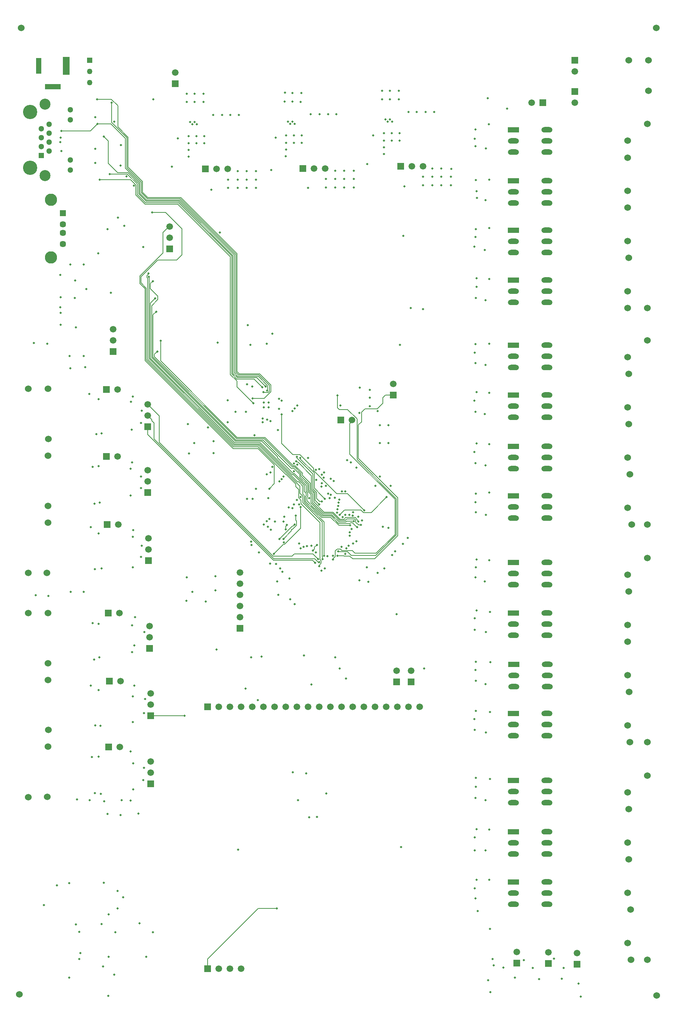
<source format=gbr>
%TF.GenerationSoftware,Altium Limited,Altium Designer,19.1.5 (86)*%
G04 Layer_Physical_Order=5*
G04 Layer_Color=16440176*
%FSLAX26Y26*%
%MOIN*%
%TF.FileFunction,Copper,L5,Inr,Signal*%
%TF.Part,Single*%
G01*
G75*
%TA.AperFunction,Conductor*%
%ADD53C,0.006000*%
%TA.AperFunction,ComponentPad*%
%ADD56R,0.050000X0.050000*%
%ADD57C,0.050000*%
%ADD58R,0.059055X0.059055*%
%ADD59C,0.059055*%
%ADD60R,0.059055X0.059055*%
%ADD61R,0.100000X0.050000*%
%ADD62O,0.100000X0.050000*%
%ADD63C,0.110236*%
%ADD64C,0.057087*%
%ADD65R,0.057087X0.057087*%
%ADD66C,0.060000*%
%ADD67R,0.139764X0.051181*%
%ADD68R,0.051181X0.139764*%
%ADD69R,0.061024X0.161417*%
%ADD70R,0.051181X0.051181*%
%ADD71C,0.051181*%
%ADD72C,0.127953*%
%ADD73C,0.098425*%
%TA.AperFunction,ViaPad*%
%ADD74C,0.060000*%
%ADD75C,0.020000*%
%ADD76C,0.019685*%
D53*
X4053974Y4761000D02*
X4105159D01*
X4049974Y4765000D02*
X4053974Y4761000D01*
X3995000Y4765000D02*
X4049974D01*
X4105159Y4761000D02*
X4130159Y4736000D01*
X3781000Y5527130D02*
X3987130Y5321000D01*
X4084000D01*
X4235000Y5170000D01*
X3656870Y5670000D02*
X3781000Y5545870D01*
Y5527130D02*
Y5545870D01*
X3786000Y5429224D02*
Y5505159D01*
X3660000Y5631159D02*
X3786000Y5505159D01*
X3774000Y5424253D02*
Y5496000D01*
X3630971Y5639029D02*
X3774000Y5496000D01*
X3955467Y5154533D02*
X4019000Y5091000D01*
X3950497Y5142533D02*
X4014030Y5079000D01*
X3945526Y5130533D02*
X4009059Y5067000D01*
X3940556Y5118533D02*
X4004088Y5055000D01*
X3858686Y5118533D02*
X3940556D01*
X3935585Y5106533D02*
X4006588Y5035529D01*
X3853715Y5106533D02*
X3935585D01*
X4015000Y5130000D02*
X4059000Y5174000D01*
X4296000Y5151000D02*
X4435000Y5290000D01*
X4227130Y5151000D02*
X4296000D01*
X4204130Y5174000D02*
X4227130Y5151000D01*
X4059000Y5174000D02*
X4204130D01*
X3750000Y5354752D02*
X3783000Y5321752D01*
X3681000Y5482130D02*
X3750000Y5413130D01*
Y5354752D02*
Y5413130D01*
X3738000Y5349782D02*
X3771000Y5316782D01*
X3669000Y5477159D02*
X3738000Y5408159D01*
Y5349782D02*
Y5408159D01*
X3726000Y5344811D02*
X3759000Y5311811D01*
X3657000Y5467752D02*
Y5494870D01*
Y5467752D02*
X3726000Y5398752D01*
Y5344811D02*
Y5398752D01*
X4006000Y4799000D02*
X4084130D01*
X4000000Y4805000D02*
X4006000Y4799000D01*
X3974000Y4805870D02*
X3992130Y4824000D01*
X3974000Y4757130D02*
Y4805870D01*
X4019970Y4824000D02*
X4032970Y4811000D01*
X3992130Y4824000D02*
X4019970D01*
X4084130Y4799000D02*
X4117130Y4766000D01*
X4032970Y4811000D02*
X4127130D01*
X4130159Y4736000D02*
X4326000D01*
X4535000Y4945000D01*
X4117130Y4766000D02*
X4337971D01*
X4522000Y4950029D01*
X4127130Y4811000D02*
X4152130Y4786000D01*
X4341000D01*
X4510000Y4955000D01*
X3955000Y4738130D02*
X3974000Y4757130D01*
X3290840Y5753000D02*
X3658000Y5385841D01*
Y5323870D02*
Y5385841D01*
Y5323870D02*
X3684000Y5297870D01*
X3284248Y5741000D02*
X3532251Y5492997D01*
X3669000Y5230000D02*
Y5259130D01*
X3646000Y5282130D02*
X3669000Y5259130D01*
X3646000Y5282130D02*
Y5357130D01*
X3533873Y5492997D02*
X3621000Y5405870D01*
X3532251Y5492997D02*
X3533873D01*
X3284248Y5724029D02*
X3429000Y5579278D01*
Y5409000D02*
Y5579278D01*
X3385000Y5365000D02*
X3429000Y5409000D01*
X3385000Y5365000D02*
Y5365000D01*
X3669000Y5230000D02*
X3839000Y5060000D01*
X3520430Y4866000D02*
X3665000Y5010570D01*
X3511000Y4866000D02*
X3520430D01*
X3425000Y4780000D02*
X3511000Y4866000D01*
X3681000Y5482130D02*
Y5504811D01*
X3762000Y5419283D02*
Y5479870D01*
X3697544Y5339326D02*
Y5393267D01*
X3669000Y5477159D02*
Y5499841D01*
X3300782Y5777000D02*
X3588782Y5489000D01*
X3601811D01*
X3697544Y5393267D01*
X3318782Y5789000D02*
X3457956Y5649826D01*
Y5640174D02*
Y5649826D01*
Y5640174D02*
X3597130Y5501000D01*
X3606782D01*
X3714000Y5393782D01*
X3328189Y5801000D02*
X3582189Y5547000D01*
X3604870D01*
X3657000Y5494870D01*
X3338160Y5813000D02*
X3592160Y5559000D01*
X3609840D01*
X3669000Y5499841D01*
X3642870Y5599000D02*
X3762000Y5479870D01*
X3639788Y5599000D02*
X3642870D01*
X3628788Y5610000D02*
X3639788Y5599000D01*
X3625000Y5610000D02*
X3628788D01*
X3343130Y5825000D02*
X3597130Y5571000D01*
X3614811D01*
X3681000Y5504811D01*
X3075118Y5777000D02*
X3300782D01*
X3080088Y5789000D02*
X3318782D01*
X3085059Y5801000D02*
X3328189D01*
X3660000Y5631159D02*
Y5640000D01*
X3495000Y5770000D02*
X3595000Y5670000D01*
X3656870D01*
X3630971Y5639029D02*
Y5651000D01*
X3095000Y5825000D02*
X3343130D01*
X3090030Y5813000D02*
X3338160D01*
X3955000Y4730000D02*
Y4738130D01*
X3875000Y4765000D02*
Y5068278D01*
X3859130Y4735870D02*
Y4754000D01*
X3856000Y4757130D02*
X3859130Y4754000D01*
X3856000Y4757130D02*
Y5067029D01*
X3839000Y4729130D02*
Y5060000D01*
X3830000Y4701870D02*
Y4708000D01*
X3295811Y5765000D02*
X3634811Y5426000D01*
X3621000Y5382130D02*
Y5405870D01*
Y5382130D02*
X3646000Y5357130D01*
X3634811Y5426000D02*
X3647840D01*
X3685544Y5388296D01*
Y5313296D02*
Y5388296D01*
X3060206Y5724029D02*
X3284248D01*
X3714000Y5339841D02*
Y5393782D01*
X3786381Y5369283D02*
X3855000Y5300663D01*
X3786381Y5369283D02*
Y5428843D01*
X3786000Y5429224D02*
X3786381Y5428843D01*
X3774000Y5424253D02*
X3774381Y5423872D01*
Y5364312D02*
Y5423872D01*
Y5364312D02*
X3807000Y5331693D01*
X3762000Y5419283D02*
X3762381Y5418902D01*
Y5359342D02*
Y5418902D01*
Y5359342D02*
X3795000Y5326722D01*
X3697544Y5339326D02*
X3714000Y5322870D01*
Y5339841D02*
X3726000Y5327841D01*
X3685544Y5313296D02*
X3696000Y5302841D01*
X3581970Y4986971D02*
Y5000000D01*
X3510000Y4915000D02*
X3581970Y4986971D01*
X3591565Y5031565D02*
X3596565D01*
X3475000Y4915000D02*
X3591565Y5031565D01*
X3596565D02*
X3610000Y5045000D01*
X3665000Y5010570D02*
Y5200000D01*
X3587076Y4761000D02*
X3606076Y4780000D01*
X3417130Y4761000D02*
X3587076D01*
X2397000Y5781130D02*
X3417130Y4761000D01*
X2397000Y5781130D02*
Y6018000D01*
X3425160Y4736000D02*
X3792130D01*
X2350000Y5811159D02*
X3425160Y4736000D01*
X2350000Y5811159D02*
Y5953515D01*
X3420189Y4724000D02*
X3771000D01*
X2295000Y5849189D02*
X3420189Y4724000D01*
X2295000Y5849189D02*
Y5920000D01*
X3792130Y4736000D02*
X3828130Y4700000D01*
X3285000Y1605000D02*
X3450000D01*
X2830000Y1150000D02*
X3285000Y1605000D01*
X3839000Y4729130D02*
X3849000Y4719130D01*
Y4695870D02*
Y4719130D01*
X3830000Y4676870D02*
X3849000Y4695870D01*
X3830000Y4670000D02*
Y4676870D01*
X3828130Y4700000D02*
X3830000Y4701870D01*
X3334000Y6226000D02*
X3372870D01*
X3330000Y6230000D02*
X3334000Y6226000D01*
X3295811Y6395000D02*
X3396000Y6294811D01*
Y6232159D02*
Y6294811D01*
X3338840Y6175000D02*
X3396000Y6232159D01*
X3369000Y6249000D02*
Y6287870D01*
X3365000Y6245000D02*
X3369000Y6249000D01*
X3290840Y6383000D02*
X3384000Y6289841D01*
Y6237130D02*
Y6289841D01*
X3372870Y6226000D02*
X3384000Y6237130D01*
X3115000Y6395000D02*
X3295811D01*
X3235000Y6175000D02*
X3338840D01*
X2111870Y8185000D02*
X2201000Y8095870D01*
X2107000Y8240781D02*
X2237000Y8110782D01*
X2119000Y8245752D02*
X2249000Y8115752D01*
X1865000Y8135000D02*
X2141870D01*
X2116840Y8197000D02*
X2213000Y8100841D01*
X2095000Y8235811D02*
X2225000Y8105811D01*
X2189000Y7996000D02*
Y8087870D01*
X2201000Y8000971D02*
Y8095870D01*
X2213000Y8005941D02*
Y8100841D01*
X2225000Y8010912D02*
Y8105811D01*
X2237000Y8015882D02*
Y8110782D01*
X2249000Y8020852D02*
Y8115752D01*
X2141870Y8135000D02*
X2189000Y8087870D01*
X2225000Y8010912D02*
X2284912Y7951000D01*
X2213000Y8005941D02*
X2279941Y7939000D01*
X2189000Y7996000D02*
X2270000Y7915000D01*
X2249000Y8020852D02*
X2294852Y7975000D01*
X2237000Y8015882D02*
X2289882Y7963000D01*
X2201000Y8000971D02*
X2274970Y7927000D01*
X2023000Y8197000D02*
X2116840D01*
X1955000Y8185000D02*
X2111870D01*
X2119000Y8245752D02*
Y8514941D01*
X2107000Y8240781D02*
Y8509970D01*
X2095000Y8235811D02*
Y8505000D01*
X3495000Y5770000D02*
Y6030000D01*
X4180000Y5070000D02*
Y5073788D01*
X4171000Y5082788D02*
X4180000Y5073788D01*
X2830000Y1065000D02*
Y1150000D01*
X3684000Y5239029D02*
X3856000Y5067029D01*
X3070148Y5765000D02*
X3295811D01*
X3065177Y5753000D02*
X3290840D01*
X3060206Y5741000D02*
X3284248D01*
X2410000Y6510000D02*
X3095000Y5825000D01*
X2306000Y6529148D02*
X3070148Y5765000D01*
X2342000Y6544059D02*
X3085059Y5801000D01*
X2355000Y6548029D02*
X3090030Y5813000D01*
X2270000Y6514236D02*
X3060206Y5724029D01*
X2318000Y6534118D02*
X3075118Y5777000D01*
X2282000Y6519207D02*
X3060206Y5741000D01*
X2330000Y6539088D02*
X3080088Y5789000D01*
X2294000Y6524177D02*
X3065177Y5753000D01*
X2318000Y7203000D02*
X2340000Y7225000D01*
X2305000Y7265000D02*
X2306000Y7264000D01*
X2286000Y7257130D02*
X2294000Y7249130D01*
Y6524177D02*
Y7249130D01*
X2286000Y7257130D02*
Y7272870D01*
X2306000Y6529148D02*
Y7264000D01*
X2300000Y7286870D02*
Y7295000D01*
X2235000Y7265000D02*
X2385000Y7415000D01*
X2223000Y7269971D02*
X2430000Y7476971D01*
X2385000Y7415000D02*
X2555000D01*
X2223000Y7203529D02*
Y7269971D01*
X2430000Y7476971D02*
Y7660000D01*
X2235000Y7208500D02*
Y7265000D01*
X2325000Y3325000D02*
X2330000Y3330000D01*
X1968941Y8855000D02*
X2026970Y8796970D01*
X1840000Y8855000D02*
X1968941D01*
X2026970Y8606970D02*
Y8796970D01*
X1970000Y8646970D02*
Y8825000D01*
Y8646970D02*
X2107000Y8509970D01*
X1845000Y8635000D02*
X1965000D01*
X2095000Y8505000D01*
X2026970Y8606970D02*
X2119000Y8514941D01*
X2294852Y7975000D02*
X2589852D01*
X3095000Y7469852D01*
X1900000Y8520000D02*
X1940000Y8480000D01*
Y8280000D02*
Y8480000D01*
Y8280000D02*
X2023000Y8197000D01*
X2289882Y7963000D02*
X2584882D01*
X2284912Y7951000D02*
X2579912D01*
X2270000Y7915000D02*
X2565000D01*
X2274970Y7927000D02*
X2569970D01*
X2279941Y7939000D02*
X2574941D01*
X2584882Y7963000D02*
X3083000Y7464882D01*
X2579912Y7951000D02*
X3071000Y7459912D01*
X2574941Y7939000D02*
X3059000Y7454941D01*
Y6397059D02*
Y7454941D01*
X3035000Y6387118D02*
X3093559Y6328559D01*
X3035000Y6387118D02*
Y7445000D01*
X2565000Y7915000D02*
X3035000Y7445000D01*
X2569970Y7927000D02*
X3047000Y7449971D01*
X3093559Y6276441D02*
X3240000Y6130000D01*
X3093559Y6276441D02*
Y6328559D01*
X3092088Y6347000D02*
X3248000D01*
X3047000Y6392088D02*
X3092088Y6347000D01*
X3047000Y6392088D02*
Y7449971D01*
X3097059Y6359000D02*
X3271000D01*
X3059000Y6397059D02*
X3097059Y6359000D01*
X3102030Y6371000D02*
X3285870D01*
X3071000Y6402029D02*
X3102030Y6371000D01*
X3071000Y6402029D02*
Y7459912D01*
X3107000Y6383000D02*
X3290840D01*
X3083000Y6407000D02*
X3107000Y6383000D01*
X3083000Y6407000D02*
Y7464882D01*
X3095000Y6415000D02*
Y7469852D01*
Y6415000D02*
X3115000Y6395000D01*
X3248000Y6347000D02*
X3320000Y6275000D01*
X3271000Y6359000D02*
X3350000Y6280000D01*
X3285870Y6371000D02*
X3369000Y6287870D01*
X3530000Y5026212D02*
X3540000Y5036212D01*
X3530000Y5000000D02*
Y5026212D01*
X2286000Y7272870D02*
X2300000Y7286870D01*
X2430000Y7660000D02*
X2485000Y7715000D01*
X2490000D01*
X2223000Y7203529D02*
X2270000Y7156529D01*
Y6514236D02*
Y7156529D01*
X2455000Y7840000D02*
X2600000Y7695000D01*
X2335000Y7840000D02*
X2455000D01*
X2600000Y7460000D02*
Y7695000D01*
X2555000Y7415000D02*
X2600000Y7460000D01*
X2235000Y7208500D02*
X2282000Y7161500D01*
X2410000Y6510000D02*
Y6690000D01*
X2355000Y6570000D02*
X2380000Y6595000D01*
X2355000Y6548029D02*
Y6570000D01*
X2342000Y6544059D02*
Y6922000D01*
X2330000Y6539088D02*
Y7005000D01*
X2318000Y6534118D02*
Y7028000D01*
X2282000Y6519207D02*
Y7161500D01*
X2342000Y6922000D02*
X2370000Y6950000D01*
X2330000Y7005000D02*
X2385000Y7060000D01*
Y7090000D01*
X2318000Y7157000D02*
Y7203000D01*
Y7157000D02*
X2385000Y7090000D01*
X2318000Y7028000D02*
X2360000Y7070000D01*
X4171000Y5082788D02*
Y5087841D01*
X4152841Y5106000D02*
X4171000Y5087841D01*
X4067870Y5106000D02*
X4152841D01*
X4159000Y5064130D02*
Y5082870D01*
X4147870Y5094000D02*
X4159000Y5082870D01*
X4078665Y5094000D02*
X4147870D01*
X4076635Y5075000D02*
X4140000D01*
X4006588Y5035529D02*
X4108760D01*
X4127870Y5059000D02*
X4166059Y5020811D01*
X4111000Y5059000D02*
X4127870D01*
X4107000Y5055000D02*
X4111000Y5059000D01*
X4068635Y5067000D02*
X4076635Y5075000D01*
X4004088Y5055000D02*
X4107000D01*
X4182000Y5638000D02*
X4535000Y5285000D01*
X4170000Y5626971D02*
X4522000Y5274971D01*
X4105000Y5675000D02*
X4510000Y5270000D01*
Y4955000D02*
Y5270000D01*
X4105000Y5675000D02*
Y5945643D01*
X4522000Y4950029D02*
Y5274971D01*
X4170000Y5626971D02*
Y5990000D01*
X4535000Y4945000D02*
Y5285000D01*
X4182000Y5638000D02*
Y5936000D01*
X4210000Y5964000D01*
Y6050000D01*
X4240000Y6080000D01*
X4350000D01*
X4400000Y6130000D01*
X4166059Y5020811D02*
X4170000D01*
X4009059Y5067000D02*
X4068635D01*
X4063665Y5079000D02*
X4078665Y5094000D01*
X4014030Y5079000D02*
X4063665D01*
X4019000Y5091000D02*
X4052870D01*
X4067870Y5106000D01*
X4159000Y5064130D02*
X4183130Y5040000D01*
X3775000Y4780000D02*
X3820000Y4735000D01*
X3771000Y4724000D02*
X3795000Y4700000D01*
X3684000Y5239029D02*
Y5297870D01*
X3696000Y5246218D02*
Y5302841D01*
Y5246218D02*
X3700000Y5242218D01*
Y5240000D02*
Y5242218D01*
Y5240000D02*
X3776749Y5163251D01*
X3709000Y5250189D02*
X3783939Y5175251D01*
X3709000Y5250189D02*
Y5293970D01*
X3721000Y5255159D02*
X3788909Y5187251D01*
X3721000Y5255159D02*
Y5289000D01*
X3788909Y5187251D02*
X3789968D01*
X3858686Y5118533D01*
X3783939Y5175251D02*
X3784997D01*
X3853715Y5106533D01*
X3776749Y5163251D02*
X3780027D01*
X3875000Y5068278D01*
X3859130Y4735870D02*
X3860000Y4735000D01*
X3759000Y5235189D02*
X3863656Y5130533D01*
X3759000Y5235189D02*
Y5311811D01*
X3771000Y5240159D02*
X3868627Y5142533D01*
X3771000Y5240159D02*
Y5316782D01*
X3783000Y5245130D02*
X3873597Y5154533D01*
X3783000Y5245130D02*
Y5321752D01*
X3795000Y5260000D02*
X3830000Y5225000D01*
X3863656Y5130533D02*
X3945526D01*
X3868627Y5142533D02*
X3950497D01*
X3873597Y5154533D02*
X3955467D01*
X3721000Y5289000D02*
X3726000Y5294000D01*
X3709000Y5293970D02*
X3714000Y5298970D01*
Y5322870D01*
X3726000Y5294000D02*
Y5327841D01*
X3795000Y5260000D02*
Y5326722D01*
X3807000Y5276339D02*
Y5331693D01*
X3855000Y5300000D02*
Y5300663D01*
X3807000Y5276339D02*
X3833339Y5250000D01*
X3855000D01*
X4183130Y5040000D02*
X4205000D01*
X3855000Y5300000D02*
X3880000Y5275000D01*
X3775000Y4810000D02*
X3788435Y4823435D01*
Y4838435D01*
X3810000Y4860000D01*
X4400000Y6180000D02*
X4425000Y6205000D01*
X4495000D01*
X4400000Y6130000D02*
Y6180000D01*
X3995000Y6090000D02*
Y6200000D01*
Y6090000D02*
X4010000Y6075000D01*
X4085000D01*
X4170000Y5990000D01*
X4105000Y5945643D02*
X4125000Y5965643D01*
Y5980000D01*
X3629000Y5037130D02*
Y5074671D01*
X3581970Y5000000D02*
X3591870D01*
X3629000Y5037130D01*
X3620000Y5083671D02*
X3629000Y5074671D01*
X2330000Y5973515D02*
Y5985000D01*
X2295000Y6020000D02*
X2330000Y5985000D01*
Y5973515D02*
X2350000Y5953515D01*
X2295000Y6120000D02*
X2397000Y6018000D01*
X3606076Y4780000D02*
X3775000D01*
X3620000Y5083671D02*
Y5125000D01*
X2330000Y3330000D02*
X2625000D01*
X2320000D02*
X2325000Y3325000D01*
X1780000Y8570000D02*
X1845000Y8635000D01*
X1520000Y8570000D02*
X1780000D01*
D56*
X1775000Y9205000D02*
D03*
D57*
Y9105000D02*
D03*
Y9005000D02*
D03*
D58*
X5835000Y8825000D02*
D03*
X2810000Y8230000D02*
D03*
X3685000Y8235000D02*
D03*
X4560000Y8253780D02*
D03*
X4025000Y5980000D02*
D03*
X2830000Y3410000D02*
D03*
Y1065000D02*
D03*
X1945000Y3050000D02*
D03*
X1950000Y3640000D02*
D03*
X1940000Y4250000D02*
D03*
X1930000Y5045000D02*
D03*
X1925000Y5655000D02*
D03*
Y6255000D02*
D03*
D59*
X5735000Y8825000D02*
D03*
X2910000Y8230000D02*
D03*
X3010000D02*
D03*
X3785000Y8235000D02*
D03*
X3885000D02*
D03*
X4660000Y8253780D02*
D03*
X4760000D02*
D03*
X2490000Y7615000D02*
D03*
Y7715000D02*
D03*
X4495000Y6305000D02*
D03*
X1985000Y6695000D02*
D03*
Y6795000D02*
D03*
X2320000Y2820000D02*
D03*
Y2920000D02*
D03*
Y3430000D02*
D03*
Y3530000D02*
D03*
X2310000Y4035000D02*
D03*
Y4135000D02*
D03*
X4125000Y5980000D02*
D03*
X2300000Y4820000D02*
D03*
Y4920000D02*
D03*
X2295000Y5430000D02*
D03*
Y5530000D02*
D03*
Y6020000D02*
D03*
Y6120000D02*
D03*
X4655000Y3735000D02*
D03*
X4525000D02*
D03*
X2930000Y3410000D02*
D03*
X3030000D02*
D03*
X3130000D02*
D03*
X3230000D02*
D03*
X3330000D02*
D03*
X3430000D02*
D03*
X3530000D02*
D03*
X3630000D02*
D03*
X3730000D02*
D03*
X3830000D02*
D03*
X3930000D02*
D03*
X4030000D02*
D03*
X4130000D02*
D03*
X4230000D02*
D03*
X4330000D02*
D03*
X4430000D02*
D03*
X4530000D02*
D03*
X4630000D02*
D03*
X4730000D02*
D03*
X3130000Y1065000D02*
D03*
X3030000D02*
D03*
X2930000D02*
D03*
X2045000Y3050000D02*
D03*
X2050000Y3640000D02*
D03*
X2040000Y4250000D02*
D03*
X2030000Y5045000D02*
D03*
X2025000Y5655000D02*
D03*
Y6255000D02*
D03*
X6120000Y9105000D02*
D03*
X2540000Y9095000D02*
D03*
X6120000Y8825000D02*
D03*
X3120000Y4215000D02*
D03*
Y4315000D02*
D03*
Y4415000D02*
D03*
Y4515000D02*
D03*
Y4615000D02*
D03*
X6140000Y1205000D02*
D03*
X5885000Y1210000D02*
D03*
X5600000Y1215000D02*
D03*
D60*
X2490000Y7515000D02*
D03*
X4495000Y6205000D02*
D03*
X1985000Y6595000D02*
D03*
X2320000Y2720000D02*
D03*
Y3330000D02*
D03*
X2310000Y3935000D02*
D03*
X2300000Y4720000D02*
D03*
X2295000Y5330000D02*
D03*
Y5920000D02*
D03*
X4655000Y3635000D02*
D03*
X4525000D02*
D03*
X6120000Y9205000D02*
D03*
X2540000Y8995000D02*
D03*
X6120000Y8925000D02*
D03*
X3120000Y4115000D02*
D03*
X6140000Y1105000D02*
D03*
X5885000Y1110000D02*
D03*
X5600000Y1115000D02*
D03*
D61*
X5570000Y1840000D02*
D03*
Y2290000D02*
D03*
Y2750000D02*
D03*
Y3350000D02*
D03*
X5575000Y3790000D02*
D03*
X5570000Y4250000D02*
D03*
Y4705000D02*
D03*
Y5300000D02*
D03*
Y5745000D02*
D03*
Y6205000D02*
D03*
Y6650000D02*
D03*
Y7235000D02*
D03*
Y7680000D02*
D03*
Y8125000D02*
D03*
Y8580000D02*
D03*
D62*
Y1740000D02*
D03*
Y1640000D02*
D03*
X5870000Y1840000D02*
D03*
Y1740000D02*
D03*
Y1640000D02*
D03*
X5570000Y2190000D02*
D03*
Y2090000D02*
D03*
X5870000Y2290000D02*
D03*
Y2190000D02*
D03*
Y2090000D02*
D03*
X5570000Y2650000D02*
D03*
Y2550000D02*
D03*
X5870000Y2750000D02*
D03*
Y2650000D02*
D03*
Y2550000D02*
D03*
X5570000Y3250000D02*
D03*
Y3150000D02*
D03*
X5870000Y3350000D02*
D03*
Y3250000D02*
D03*
Y3150000D02*
D03*
X5575000Y3690000D02*
D03*
Y3590000D02*
D03*
X5875000Y3790000D02*
D03*
Y3690000D02*
D03*
Y3590000D02*
D03*
X5570000Y4150000D02*
D03*
Y4050000D02*
D03*
X5870000Y4250000D02*
D03*
Y4150000D02*
D03*
Y4050000D02*
D03*
X5570000Y4605000D02*
D03*
Y4505000D02*
D03*
X5870000Y4705000D02*
D03*
Y4605000D02*
D03*
Y4505000D02*
D03*
X5570000Y5200000D02*
D03*
Y5100000D02*
D03*
X5870000Y5300000D02*
D03*
Y5200000D02*
D03*
Y5100000D02*
D03*
X5570000Y5645000D02*
D03*
Y5545000D02*
D03*
X5870000Y5745000D02*
D03*
Y5645000D02*
D03*
Y5545000D02*
D03*
X5570000Y6105000D02*
D03*
Y6005000D02*
D03*
X5870000Y6205000D02*
D03*
Y6105000D02*
D03*
Y6005000D02*
D03*
X5570000Y6550000D02*
D03*
Y6450000D02*
D03*
X5870000Y6650000D02*
D03*
Y6550000D02*
D03*
Y6450000D02*
D03*
X5570000Y7135000D02*
D03*
Y7035000D02*
D03*
X5870000Y7235000D02*
D03*
Y7135000D02*
D03*
Y7035000D02*
D03*
X5570000Y7580000D02*
D03*
Y7480000D02*
D03*
X5870000Y7680000D02*
D03*
Y7580000D02*
D03*
Y7480000D02*
D03*
X5570000Y8025000D02*
D03*
Y7925000D02*
D03*
X5870000Y8125000D02*
D03*
Y8025000D02*
D03*
Y7925000D02*
D03*
X5570000Y8480000D02*
D03*
Y8380000D02*
D03*
X5870000Y8580000D02*
D03*
Y8480000D02*
D03*
Y8380000D02*
D03*
D63*
X1428347Y7436339D02*
D03*
Y7953661D02*
D03*
D64*
X1535039Y7557205D02*
D03*
Y7655630D02*
D03*
Y7734370D02*
D03*
D65*
Y7832795D02*
D03*
D66*
X1223976Y2600000D02*
D03*
Y4251575D02*
D03*
X6771024Y2795000D02*
D03*
Y1143425D02*
D03*
X6770000Y4745000D02*
D03*
Y3093425D02*
D03*
X1223976Y4610000D02*
D03*
Y6261575D02*
D03*
X6771024Y6695000D02*
D03*
Y5043425D02*
D03*
X6780000Y9205000D02*
D03*
Y8931378D02*
D03*
X6771024Y8635000D02*
D03*
Y6983425D02*
D03*
D67*
X1444921Y8966024D02*
D03*
D68*
X1316968Y9155000D02*
D03*
D69*
X1563032D02*
D03*
D70*
X1339921Y8349213D02*
D03*
D71*
X1410000Y8630315D02*
D03*
Y8389370D02*
D03*
X1339921Y8590157D02*
D03*
Y8429528D02*
D03*
X1410000Y8550000D02*
D03*
Y8469685D02*
D03*
X1339921Y8509843D02*
D03*
X1599764Y8759843D02*
D03*
Y8219685D02*
D03*
Y8669685D02*
D03*
Y8309843D02*
D03*
D72*
X1239921Y8239764D02*
D03*
Y8739764D02*
D03*
D73*
X1374961Y8169882D02*
D03*
Y8809646D02*
D03*
D74*
X1145000Y835000D02*
D03*
X6855000Y825000D02*
D03*
X6850000Y9495000D02*
D03*
X1160000D02*
D03*
X1400000Y3055000D02*
D03*
Y3650000D02*
D03*
Y4250000D02*
D03*
Y5060000D02*
D03*
Y5660000D02*
D03*
Y6260000D02*
D03*
X6595000Y1295000D02*
D03*
Y1745000D02*
D03*
Y2195000D02*
D03*
Y2645000D02*
D03*
X6593976Y3245000D02*
D03*
Y3695000D02*
D03*
Y4145000D02*
D03*
Y4595000D02*
D03*
X6595000Y5195000D02*
D03*
Y5645000D02*
D03*
Y6095000D02*
D03*
Y6545000D02*
D03*
Y7135000D02*
D03*
Y7585000D02*
D03*
Y8035000D02*
D03*
Y8485000D02*
D03*
X1395000Y2605000D02*
D03*
X1405000Y3205000D02*
D03*
X1400000Y3800000D02*
D03*
X1390000Y4610000D02*
D03*
X1400000Y5210000D02*
D03*
X1405000Y5810000D02*
D03*
X6625000Y1145000D02*
D03*
X6620000Y1595000D02*
D03*
X6605000Y2045000D02*
D03*
Y2495000D02*
D03*
X6613976Y3095000D02*
D03*
X6608976Y3545000D02*
D03*
X6593976Y3995000D02*
D03*
X6603976Y4445000D02*
D03*
X6630000Y5045000D02*
D03*
X6615000Y5495000D02*
D03*
X6605000Y5945000D02*
D03*
Y6395000D02*
D03*
X6595000Y6985000D02*
D03*
X6605000Y7435000D02*
D03*
X6595000Y7885000D02*
D03*
Y8330000D02*
D03*
X6605000Y9205000D02*
D03*
D75*
X4415000Y4650000D02*
D03*
X4065000Y4780000D02*
D03*
X4470000Y5390000D02*
D03*
X4335000D02*
D03*
X4115000Y5600000D02*
D03*
X4080000Y5620000D02*
D03*
X3395000Y5510000D02*
D03*
X3360000Y5495000D02*
D03*
X3235000Y5275000D02*
D03*
X3185000D02*
D03*
X3290000Y4795000D02*
D03*
X3220000Y4890000D02*
D03*
X3445000Y4690000D02*
D03*
X3500000Y4620000D02*
D03*
X3565000Y4560000D02*
D03*
X3880000Y4650000D02*
D03*
X3850000Y4630000D02*
D03*
X3510000Y5475000D02*
D03*
X3495000Y5450000D02*
D03*
X3475000Y5430000D02*
D03*
X3465000Y4415000D02*
D03*
X4400000Y5025000D02*
D03*
X3935000Y5455000D02*
D03*
X3875000Y5510000D02*
D03*
X3830000Y5540000D02*
D03*
X3855000Y5490000D02*
D03*
X3800000Y5535000D02*
D03*
X3870000Y5465000D02*
D03*
X4010000Y5266000D02*
D03*
X4035000Y5340000D02*
D03*
X4065000D02*
D03*
X4005000Y5240000D02*
D03*
X3909231Y5321000D02*
D03*
X3960000Y5435000D02*
D03*
X4000000Y5210000D02*
D03*
X3995000Y5180000D02*
D03*
X3990000Y5150000D02*
D03*
X4015000Y5130000D02*
D03*
X4065000D02*
D03*
X3970000Y5285000D02*
D03*
X4235000Y5170000D02*
D03*
X4120000Y5003846D02*
D03*
X4105000Y4975000D02*
D03*
Y4945000D02*
D03*
X4030000Y4845000D02*
D03*
X4000000Y4805000D02*
D03*
X3995000Y4765000D02*
D03*
X3360000Y5075000D02*
D03*
X3385000Y5095000D02*
D03*
Y5365000D02*
D03*
X3605000Y5225000D02*
D03*
X3650000D02*
D03*
X3557000Y5198000D02*
D03*
X3635000Y5580000D02*
D03*
X3605000Y5520000D02*
D03*
X3660000Y5640000D02*
D03*
X3605000Y5590000D02*
D03*
X3625000Y5610000D02*
D03*
X3630971Y5651000D02*
D03*
X4095000Y4855000D02*
D03*
X4075000Y4830000D02*
D03*
X3955000Y4765000D02*
D03*
Y4730000D02*
D03*
X3905000Y4760000D02*
D03*
X3875000Y4765000D02*
D03*
X3830000Y4708000D02*
D03*
X4165000Y4895000D02*
D03*
X4135000Y4875000D02*
D03*
X4449747Y5014746D02*
D03*
X3935000Y5309000D02*
D03*
X3730000Y5640000D02*
D03*
X3375000Y5280000D02*
D03*
X3225000Y4860000D02*
D03*
X3370000Y5025000D02*
D03*
X3335000Y5045000D02*
D03*
X3397884Y4995357D02*
D03*
X3510000Y4915000D02*
D03*
X3475000D02*
D03*
X3512559Y4885000D02*
D03*
X3425000Y4780000D02*
D03*
X3480000Y4650000D02*
D03*
X4450000Y5775000D02*
D03*
Y5935000D02*
D03*
X4375000D02*
D03*
Y5775000D02*
D03*
X1940000Y820000D02*
D03*
X1650000Y1460000D02*
D03*
X1945000Y1550000D02*
D03*
X1680000Y1395000D02*
D03*
X3450000Y1605000D02*
D03*
X4485472Y8655000D02*
D03*
X4465472Y8675000D02*
D03*
X4445472Y8655000D02*
D03*
X4425472Y8675000D02*
D03*
X4785000Y8740000D02*
D03*
X3910000Y8720000D02*
D03*
X3550000Y8655000D02*
D03*
X3570000Y8635000D02*
D03*
X3590000Y8655000D02*
D03*
X3610000Y8635000D02*
D03*
X3035000Y8715000D02*
D03*
X2735000Y8630000D02*
D03*
X2715000Y8650000D02*
D03*
X2695000Y8630000D02*
D03*
X1775000Y2575000D02*
D03*
X1880000Y1465000D02*
D03*
X3665000Y5200000D02*
D03*
X3330000Y6230000D02*
D03*
X3365000Y6245000D02*
D03*
X1800000Y5560000D02*
D03*
X2270000Y3480000D02*
D03*
X1405000Y4405000D02*
D03*
X4257500Y4660000D02*
D03*
X3695000Y3870000D02*
D03*
X5345000Y960000D02*
D03*
X1815000Y3835000D02*
D03*
X2170000Y8080000D02*
D03*
X2105000Y8165000D02*
D03*
X1395000Y6665000D02*
D03*
X1275000Y6670000D02*
D03*
X1290000Y4410000D02*
D03*
X4650000Y6985000D02*
D03*
X4760000Y6975000D02*
D03*
X2835000Y5915000D02*
D03*
X2655000Y5945000D02*
D03*
X2815000Y4355000D02*
D03*
X2640000Y4360000D02*
D03*
X3640000Y2575000D02*
D03*
X3595000Y2825000D02*
D03*
X2210000Y2455000D02*
D03*
X2140000Y2570000D02*
D03*
X1660000Y2580000D02*
D03*
X1600000Y6445000D02*
D03*
X1735000Y6455000D02*
D03*
X3360000Y6665000D02*
D03*
X3410000Y6755000D02*
D03*
X2885000Y5790000D02*
D03*
X2710000Y5775000D02*
D03*
X2900000Y4455000D02*
D03*
X2695000Y4440000D02*
D03*
X3170000Y3575000D02*
D03*
X3220000Y3855000D02*
D03*
X3760000Y3610000D02*
D03*
X3810000Y2425000D02*
D03*
X3895000Y2635000D02*
D03*
X1935000Y2450000D02*
D03*
X1905000Y2565000D02*
D03*
X3215000Y6655000D02*
D03*
X3190000Y6830000D02*
D03*
X2665000Y5680000D02*
D03*
X2885000Y5685000D02*
D03*
X2900000Y4580000D02*
D03*
X2645000Y4570000D02*
D03*
X3315000Y3860000D02*
D03*
X3280000Y3470000D02*
D03*
X3740000Y2420000D02*
D03*
X3715000Y2815000D02*
D03*
X2050000Y2440000D02*
D03*
X2060000Y2575000D02*
D03*
X1605000Y4440000D02*
D03*
X1720000D02*
D03*
X1595000Y6555000D02*
D03*
X1720000D02*
D03*
Y7375000D02*
D03*
X1600000D02*
D03*
X4585000Y7630000D02*
D03*
X2940000Y7660000D02*
D03*
X4555000Y6655000D02*
D03*
X2920000Y6675000D02*
D03*
X2910000Y3925000D02*
D03*
X4525000Y4240000D02*
D03*
X4565000Y2155000D02*
D03*
X3105000Y2130000D02*
D03*
X2280000Y1170000D02*
D03*
X1945000D02*
D03*
X3975000Y3855000D02*
D03*
X3460000Y5890000D02*
D03*
X4285000Y6180000D02*
D03*
X4195000Y6270000D02*
D03*
X3410000Y5560000D02*
D03*
X3390000Y4695000D02*
D03*
X4165000Y5555000D02*
D03*
X4135000Y5155000D02*
D03*
X4100000Y5130000D02*
D03*
X4180000Y5115000D02*
D03*
X1800000Y4160000D02*
D03*
X1795000Y2960000D02*
D03*
X2235000Y5955000D02*
D03*
X2240000Y6065000D02*
D03*
X2160000Y6190000D02*
D03*
X1770000Y6215000D02*
D03*
X1880000Y5860000D02*
D03*
X2235000Y5370000D02*
D03*
Y5475000D02*
D03*
X2155000Y5600000D02*
D03*
X1865000Y5240000D02*
D03*
X1785000Y5020000D02*
D03*
X2165000Y4995000D02*
D03*
X2240000Y4855000D02*
D03*
X2235000Y4755000D02*
D03*
X1880000Y4650000D02*
D03*
X2175000Y3960000D02*
D03*
X2265000Y4080000D02*
D03*
X2180000Y4215000D02*
D03*
X1860000Y3855000D02*
D03*
X2260000Y3355000D02*
D03*
X2175000Y3600000D02*
D03*
X1785000D02*
D03*
X1870000Y3240000D02*
D03*
X2255000Y2755000D02*
D03*
X2260000Y2865000D02*
D03*
X2140000Y3010000D02*
D03*
X1875000Y2630000D02*
D03*
X2055000Y8445000D02*
D03*
X2085000Y7720000D02*
D03*
X1965000Y7120000D02*
D03*
X4355000Y6060000D02*
D03*
X3185000Y6300000D02*
D03*
X2075000Y1705000D02*
D03*
X1690000Y1205000D02*
D03*
X1895000Y1085000D02*
D03*
X2220000Y1470000D02*
D03*
X1900000Y1835000D02*
D03*
X1590000Y1830000D02*
D03*
X6005000Y975000D02*
D03*
X5800000Y970000D02*
D03*
X5585000Y985000D02*
D03*
X5355000Y1860000D02*
D03*
X5320000Y2125000D02*
D03*
X5355000Y2310000D02*
D03*
X5320000Y2575000D02*
D03*
X5360000Y2765000D02*
D03*
X5325000Y3180000D02*
D03*
X5360000Y3365000D02*
D03*
X5320000Y3615000D02*
D03*
X5365000Y3810000D02*
D03*
X5325000Y4080000D02*
D03*
X5360000Y4260000D02*
D03*
X5315000Y4535000D02*
D03*
X5355000Y4725000D02*
D03*
X5325000Y5130000D02*
D03*
X5355000Y5330000D02*
D03*
X5320000Y5575000D02*
D03*
X5355000Y5765000D02*
D03*
X5315000Y6035000D02*
D03*
X5355000Y6225000D02*
D03*
X5320000Y6475000D02*
D03*
X5355000Y6665000D02*
D03*
X5320000Y7055000D02*
D03*
X5355000Y7245000D02*
D03*
X5315000Y7505000D02*
D03*
X5355000Y7700000D02*
D03*
X5320000Y7950000D02*
D03*
X5355000Y8135000D02*
D03*
X5325000Y8415000D02*
D03*
X5350000Y8630000D02*
D03*
X5250000Y1580000D02*
D03*
X5935000Y1155000D02*
D03*
X5665000Y1140000D02*
D03*
X5385000Y1150000D02*
D03*
X4545000Y8930000D02*
D03*
X4465000D02*
D03*
X4395000D02*
D03*
Y8855000D02*
D03*
X4465000D02*
D03*
X4545000D02*
D03*
X4630000Y8740000D02*
D03*
X4705000D02*
D03*
X4860000D02*
D03*
X4410000Y8365000D02*
D03*
Y8425000D02*
D03*
Y8485000D02*
D03*
X4480000D02*
D03*
X4550000D02*
D03*
Y8550000D02*
D03*
X4480000D02*
D03*
X4410000D02*
D03*
X4315000Y8530000D02*
D03*
X4260000Y8275000D02*
D03*
X3400000Y8220000D02*
D03*
X3755000Y8720000D02*
D03*
X3835000D02*
D03*
X3985000D02*
D03*
X3605000Y8530000D02*
D03*
X3675000D02*
D03*
Y8465000D02*
D03*
X3535000Y8405000D02*
D03*
X3530000Y8345000D02*
D03*
X3535000Y8465000D02*
D03*
X3605000D02*
D03*
X3535000Y8530000D02*
D03*
X3440000Y8510000D02*
D03*
X3665000Y8830000D02*
D03*
X3525000Y8915000D02*
D03*
X3520000Y8835000D02*
D03*
X3590000D02*
D03*
X3670000Y8910000D02*
D03*
X3590000D02*
D03*
X2795000Y8830000D02*
D03*
X2715000D02*
D03*
X2645000D02*
D03*
X2795000Y8905000D02*
D03*
X2715000D02*
D03*
X2645000D02*
D03*
X2660000Y8460000D02*
D03*
X2730000D02*
D03*
X2800000D02*
D03*
X2660000Y8525000D02*
D03*
X2730000D02*
D03*
X2800000D02*
D03*
X2660000Y8400000D02*
D03*
Y8340000D02*
D03*
X2510000Y8250000D02*
D03*
X2675000Y8650000D02*
D03*
X2565000Y8505000D02*
D03*
X3110000Y8715000D02*
D03*
X2960000D02*
D03*
X2880000D02*
D03*
X3015000Y8135000D02*
D03*
Y8060000D02*
D03*
X3100000D02*
D03*
Y8135000D02*
D03*
Y8210000D02*
D03*
X3180000Y8135000D02*
D03*
X3265000D02*
D03*
X3180000Y8060000D02*
D03*
X3265000D02*
D03*
X3180000Y8210000D02*
D03*
X3265000D02*
D03*
Y5365000D02*
D03*
X3250000Y5845000D02*
D03*
X2027795Y7795000D02*
D03*
X2255000Y7530000D02*
D03*
X5015000Y8230000D02*
D03*
X1513720Y6833721D02*
D03*
X1510610Y7279390D02*
D03*
X2340000Y7225000D02*
D03*
X2305000Y7265000D02*
D03*
X2300000Y7295000D02*
D03*
X1821890Y2636890D02*
D03*
X1853780Y2963780D02*
D03*
X2165000Y2905000D02*
D03*
Y2670000D02*
D03*
X2160000Y3505000D02*
D03*
Y3275000D02*
D03*
X1853780Y3558780D02*
D03*
X1825000Y3245000D02*
D03*
X1853780Y4153780D02*
D03*
X2155000Y3900000D02*
D03*
Y4140000D02*
D03*
X2160000Y4935000D02*
D03*
X2159488Y4659488D02*
D03*
X1853780Y4963780D02*
D03*
Y5566220D02*
D03*
Y6166220D02*
D03*
X1821890Y4641890D02*
D03*
X1818780Y5231221D02*
D03*
X2140000Y5305000D02*
D03*
Y5545000D02*
D03*
X1680000Y1150000D02*
D03*
X2025000Y1605000D02*
D03*
X5240000Y1860000D02*
D03*
Y2315000D02*
D03*
X5235000Y2775000D02*
D03*
Y3375000D02*
D03*
Y3815000D02*
D03*
X5240000Y4275000D02*
D03*
Y4730000D02*
D03*
X5235000Y5320000D02*
D03*
X5240000Y5770000D02*
D03*
Y6230000D02*
D03*
X5230000Y6660000D02*
D03*
X5240000Y7250000D02*
D03*
X5235000Y7690000D02*
D03*
Y8130000D02*
D03*
X5230000Y8585000D02*
D03*
X6020000Y1070000D02*
D03*
X5745000D02*
D03*
X5480000Y1075000D02*
D03*
X4770000Y3755000D02*
D03*
X1995000Y8655000D02*
D03*
X1900000Y8520000D02*
D03*
X3320000Y6275000D02*
D03*
X3350000Y6280000D02*
D03*
X2335000Y7840000D02*
D03*
X2410000Y6690000D02*
D03*
X2380000Y6595000D02*
D03*
X2370000Y6950000D02*
D03*
X2360000Y7070000D02*
D03*
X4510000Y4805000D02*
D03*
X4140000Y5075000D02*
D03*
X4108760Y5035529D02*
D03*
X4435000Y5290000D02*
D03*
X3890000Y5390000D02*
D03*
X4375000Y5475000D02*
D03*
X4355000Y4610000D02*
D03*
X4190000Y4545000D02*
D03*
X4015000Y3755000D02*
D03*
X4270000Y4530000D02*
D03*
X4170000Y5020811D02*
D03*
X4180000Y5070000D02*
D03*
X4130000Y5125000D02*
D03*
X4040000Y5110000D02*
D03*
X3820000Y4735000D02*
D03*
X3795000Y4700000D02*
D03*
X3470000Y6170000D02*
D03*
X3495000Y6030000D02*
D03*
X3830000Y5225000D02*
D03*
X3665000Y5290000D02*
D03*
X3630000Y5265000D02*
D03*
X3860000Y4735000D02*
D03*
X3740000Y5280000D02*
D03*
X4215000Y5080000D02*
D03*
X3325000Y5960000D02*
D03*
X3855000Y5250000D02*
D03*
X3880000Y5275000D02*
D03*
X3635000Y6110000D02*
D03*
X3610000Y6085000D02*
D03*
X3590000Y6060000D02*
D03*
X3470000Y6080000D02*
D03*
X3775000Y4810000D02*
D03*
X3365000Y5985000D02*
D03*
X3510000Y5070000D02*
D03*
X3810000Y4860000D02*
D03*
X3540000Y5040000D02*
D03*
X3690000Y4845000D02*
D03*
X3720000Y4850000D02*
D03*
X3760000Y4855000D02*
D03*
X3800000Y4795000D02*
D03*
X4205000Y5040000D02*
D03*
X3830000Y4670000D02*
D03*
X3995000Y6200000D02*
D03*
X4285000Y6250000D02*
D03*
X3665000Y4830000D02*
D03*
X3590000Y5190000D02*
D03*
X3650000Y4875000D02*
D03*
X3620000Y5125000D02*
D03*
X3610000Y5045000D02*
D03*
X3530000Y5000000D02*
D03*
X3925000Y5280000D02*
D03*
X3805000Y5445000D02*
D03*
X1480000Y1810000D02*
D03*
X2625000Y3330000D02*
D03*
X3435000Y5070000D02*
D03*
X3518883Y5115000D02*
D03*
X3850000Y5385000D02*
D03*
X3855000Y5415000D02*
D03*
X4760000Y8160000D02*
D03*
Y8085000D02*
D03*
X4845000D02*
D03*
Y8160000D02*
D03*
Y8235000D02*
D03*
X4925000Y8160000D02*
D03*
X5010000D02*
D03*
X4925000Y8085000D02*
D03*
X5010000D02*
D03*
X4925000Y8235000D02*
D03*
X4140000Y8215000D02*
D03*
X4055000D02*
D03*
X4140000Y8065000D02*
D03*
X4055000D02*
D03*
X4140000Y8140000D02*
D03*
X4055000D02*
D03*
X3975000Y8215000D02*
D03*
Y8140000D02*
D03*
Y8065000D02*
D03*
X3890000D02*
D03*
Y8140000D02*
D03*
X5225000Y8500000D02*
D03*
X2345000Y8855000D02*
D03*
X5515000Y8770000D02*
D03*
X5340000Y8865000D02*
D03*
X4070000Y3665000D02*
D03*
X2025000Y1760000D02*
D03*
X2340000Y1390000D02*
D03*
X2005000D02*
D03*
X1995000Y1010000D02*
D03*
X1590000Y985000D02*
D03*
X1365000Y1635000D02*
D03*
X6155000Y930000D02*
D03*
X5365000Y855000D02*
D03*
X6175000Y815000D02*
D03*
X5360000Y1420000D02*
D03*
X5395000Y1095000D02*
D03*
X5225000Y1785000D02*
D03*
X5230000Y1695000D02*
D03*
X5225000Y2240000D02*
D03*
Y2125000D02*
D03*
X5235000Y2695000D02*
D03*
X5230000Y2595000D02*
D03*
X5220000Y3300000D02*
D03*
X5225000Y3205000D02*
D03*
X5230000Y3740000D02*
D03*
X5235000Y3645000D02*
D03*
X5225000Y4205000D02*
D03*
Y4100000D02*
D03*
X5230000Y4570000D02*
D03*
X5235000Y4660000D02*
D03*
X5230000Y5245000D02*
D03*
X5235000Y5155000D02*
D03*
X5220000Y5695000D02*
D03*
X5230000Y5595000D02*
D03*
X5220000Y6155000D02*
D03*
X5230000Y6055000D02*
D03*
X5225000Y6585000D02*
D03*
X5230000Y6490000D02*
D03*
X5240000Y7175000D02*
D03*
X5235000Y7075000D02*
D03*
X5220000Y7535000D02*
D03*
X5230000Y7620000D02*
D03*
X5240000Y8030000D02*
D03*
X5245000Y7970000D02*
D03*
X5230000Y8435000D02*
D03*
X1835000Y5855000D02*
D03*
X2145000Y6145000D02*
D03*
X2150000Y5895000D02*
D03*
X1645000Y7230000D02*
D03*
X1515000Y6940000D02*
D03*
Y7080000D02*
D03*
X1510000Y6990000D02*
D03*
X1650000Y6810000D02*
D03*
X1640000Y7075000D02*
D03*
X1745000Y7155000D02*
D03*
X1935000Y7690000D02*
D03*
X1850000Y7475000D02*
D03*
X1825000Y8285000D02*
D03*
Y8410000D02*
D03*
Y8695000D02*
D03*
X1840000Y8855000D02*
D03*
X1970000Y8825000D02*
D03*
X1955000Y8185000D02*
D03*
X1865000Y8135000D02*
D03*
X2050000Y8260000D02*
D03*
X1845000Y8635000D02*
D03*
X1520000Y8390000D02*
D03*
X1510000Y8470000D02*
D03*
X1520000Y8570000D02*
D03*
X1515000Y8510000D02*
D03*
X4595000Y8075000D02*
D03*
X3730000Y8060000D02*
D03*
X2865000Y8045000D02*
D03*
X3455000Y4535000D02*
D03*
X4020000Y6110000D02*
D03*
X4285000Y6105000D02*
D03*
X4190000Y6045000D02*
D03*
X3495000Y6155000D02*
D03*
X3235000Y6175000D02*
D03*
X3240000Y6130000D02*
D03*
X3325000Y5995000D02*
D03*
X3395000Y5970000D02*
D03*
X3230000Y6280000D02*
D03*
X3175000Y6055000D02*
D03*
X3009419Y5959419D02*
D03*
X3080000Y6055000D02*
D03*
X3009419Y6155581D02*
D03*
X4580000Y4870000D02*
D03*
X4625000Y4925000D02*
D03*
X4485000Y4770000D02*
D03*
X3610000Y4330000D02*
D03*
X3570000Y4375000D02*
D03*
D76*
X3333150Y6136811D02*
D03*
X3376457D02*
D03*
X3333150Y6093504D02*
D03*
X3376457D02*
D03*
%TF.MD5,bce02b17a783de33d6fb833a9ffe9d0f*%
M02*

</source>
